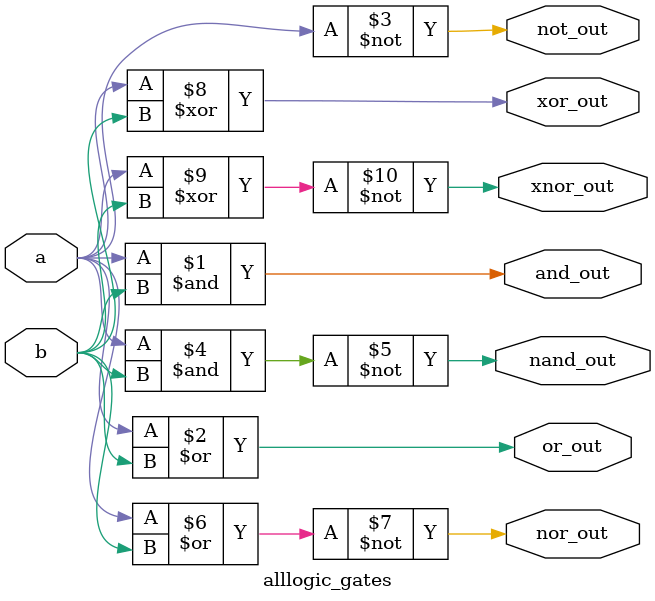
<source format=v>
module alllogic_gates (
    input a, b,      // inputs
    output and_out,
    output or_out,
    output not_out,
    output nand_out,
    output nor_out,
    output xor_out,
    output xnor_out
);

    assign and_out  = a & b;   // AND gate
    assign or_out   = a | b;   // OR gate
    assign not_out  = ~a;      // NOT gate (unary)
    assign nand_out = ~(a & b);// NAND gate
    assign nor_out  = ~(a | b);// NOR gate
    assign xor_out  = a ^ b;   // XOR gate
    assign xnor_out = ~(a ^ b);// XNOR gate

endmodule
</source>
